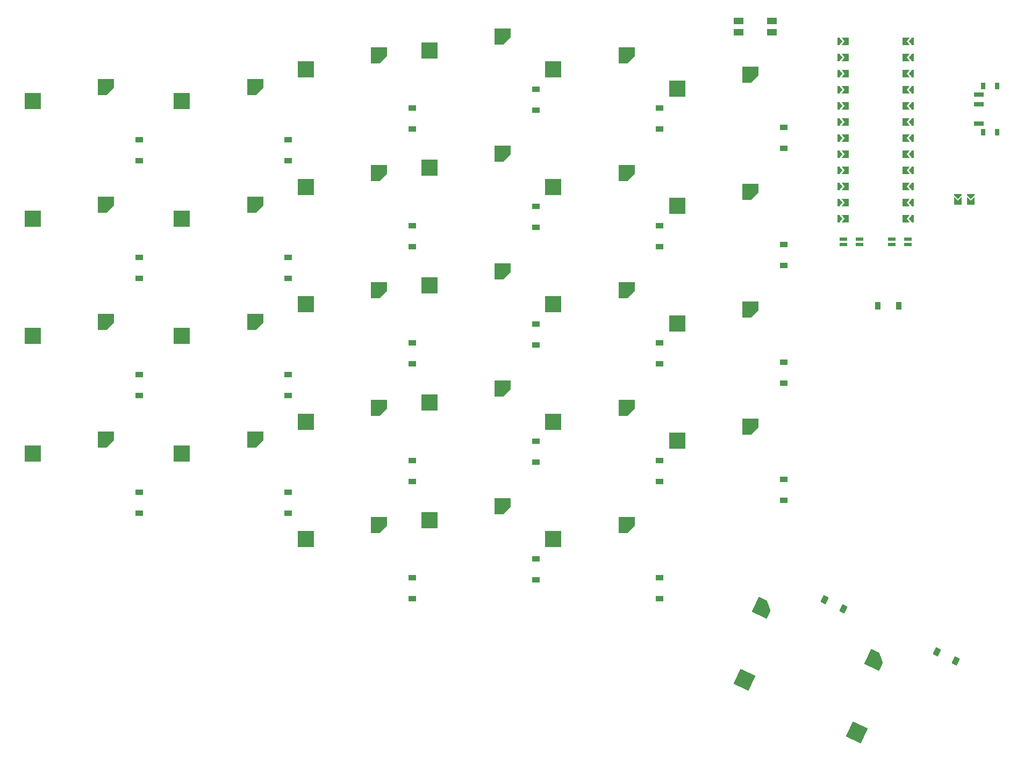
<source format=gbr>
%TF.GenerationSoftware,KiCad,Pcbnew,8.0.4*%
%TF.CreationDate,2024-07-28T16:02:37-05:00*%
%TF.ProjectId,reversible,72657665-7273-4696-926c-652e6b696361,0.5.0*%
%TF.SameCoordinates,Original*%
%TF.FileFunction,Paste,Top*%
%TF.FilePolarity,Positive*%
%FSLAX46Y46*%
G04 Gerber Fmt 4.6, Leading zero omitted, Abs format (unit mm)*
G04 Created by KiCad (PCBNEW 8.0.4) date 2024-07-28 16:02:37*
%MOMM*%
%LPD*%
G01*
G04 APERTURE LIST*
G04 Aperture macros list*
%AMRotRect*
0 Rectangle, with rotation*
0 The origin of the aperture is its center*
0 $1 length*
0 $2 width*
0 $3 Rotation angle, in degrees counterclockwise*
0 Add horizontal line*
21,1,$1,$2,0,0,$3*%
%AMOutline5P*
0 Free polygon, 5 corners , with rotation*
0 The origin of the aperture is its center*
0 number of corners: always 5*
0 $1 to $10 corner X, Y*
0 $11 Rotation angle, in degrees counterclockwise*
0 create outline with 5 corners*
4,1,5,$1,$2,$3,$4,$5,$6,$7,$8,$9,$10,$1,$2,$11*%
%AMOutline6P*
0 Free polygon, 6 corners , with rotation*
0 The origin of the aperture is its center*
0 number of corners: always 6*
0 $1 to $12 corner X, Y*
0 $13 Rotation angle, in degrees counterclockwise*
0 create outline with 6 corners*
4,1,6,$1,$2,$3,$4,$5,$6,$7,$8,$9,$10,$11,$12,$1,$2,$13*%
%AMOutline7P*
0 Free polygon, 7 corners , with rotation*
0 The origin of the aperture is its center*
0 number of corners: always 7*
0 $1 to $14 corner X, Y*
0 $15 Rotation angle, in degrees counterclockwise*
0 create outline with 7 corners*
4,1,7,$1,$2,$3,$4,$5,$6,$7,$8,$9,$10,$11,$12,$13,$14,$1,$2,$15*%
%AMOutline8P*
0 Free polygon, 8 corners , with rotation*
0 The origin of the aperture is its center*
0 number of corners: always 8*
0 $1 to $16 corner X, Y*
0 $17 Rotation angle, in degrees counterclockwise*
0 create outline with 8 corners*
4,1,8,$1,$2,$3,$4,$5,$6,$7,$8,$9,$10,$11,$12,$13,$14,$15,$16,$1,$2,$17*%
%AMFreePoly0*
4,1,6,0.600000,-1.000000,0.000000,-0.400000,-0.600000,-1.000000,-0.600000,0.250000,0.600000,0.250000,0.600000,-1.000000,0.600000,-1.000000,$1*%
%AMFreePoly1*
4,1,6,0.600000,-0.200000,0.600000,-0.400000,-0.600000,-0.400000,-0.600000,-0.200000,0.000000,0.400000,0.600000,-0.200000,0.600000,-0.200000,$1*%
%AMFreePoly2*
4,1,6,0.250000,0.000000,-0.250000,-0.625000,-0.500000,-0.625000,-0.500000,0.625000,-0.250000,0.625000,0.250000,0.000000,0.250000,0.000000,$1*%
%AMFreePoly3*
4,1,6,0.500000,-0.625000,-0.650000,-0.625000,-0.150000,0.000000,-0.650000,0.625000,0.500000,0.625000,0.500000,-0.625000,0.500000,-0.625000,$1*%
G04 Aperture macros list end*
%ADD10FreePoly0,180.000000*%
%ADD11FreePoly1,180.000000*%
%ADD12R,1.550000X1.000000*%
%ADD13R,1.200000X0.600000*%
%ADD14FreePoly2,180.000000*%
%ADD15FreePoly2,0.000000*%
%ADD16FreePoly3,180.000000*%
%ADD17FreePoly3,0.000000*%
%ADD18R,0.800000X1.000000*%
%ADD19R,1.500000X0.700000*%
%ADD20Outline5P,-1.300000X1.300000X1.300000X1.300000X1.300000X-0.117000X0.117000X-1.300000X-1.300000X-1.300000X0.000000*%
%ADD21R,2.600000X2.600000*%
%ADD22R,1.200000X0.900000*%
%ADD23Outline5P,-1.300000X1.300000X1.300000X1.300000X1.300000X-0.117000X0.117000X-1.300000X-1.300000X-1.300000X65.000000*%
%ADD24RotRect,2.600000X2.600000X65.000000*%
%ADD25RotRect,0.900000X1.200000X155.000000*%
%ADD26R,0.900000X1.200000*%
G04 APERTURE END LIST*
D10*
%TO.C,JST1*%
X166999996Y-46718380D03*
X168999996Y-46718381D03*
D11*
X166999993Y-45702381D03*
X168999997Y-45702379D03*
%TD*%
D12*
%TO.C,RST1*%
X137624995Y-18052380D03*
X137624996Y-19752379D03*
X132374994Y-18052381D03*
X132374995Y-19752380D03*
%TD*%
D13*
%TO.C,DISP1*%
X148919998Y-53249999D03*
X151459997Y-53249999D03*
X156539997Y-53250000D03*
X159079998Y-53250000D03*
X148919997Y-52349999D03*
X151459998Y-52349998D03*
X156539996Y-52349999D03*
X159079997Y-52350000D03*
%TD*%
D14*
%TO.C,MCU1*%
X159499993Y-21202381D03*
X159499997Y-23742383D03*
X159499994Y-26282381D03*
X159499995Y-28822382D03*
X159499996Y-31362383D03*
X159499995Y-33902382D03*
X159499996Y-36442382D03*
X159499995Y-38982383D03*
X159499996Y-41522383D03*
X159499997Y-44062381D03*
X159499993Y-46602382D03*
X159499995Y-49142382D03*
D15*
X148499995Y-49142380D03*
X148499997Y-46602383D03*
X148499993Y-44062381D03*
X148499996Y-41522383D03*
X148499995Y-38982382D03*
X148499994Y-36442381D03*
X148499995Y-33902382D03*
X148499994Y-31362382D03*
X148499995Y-28822381D03*
X148499994Y-26282381D03*
X148499993Y-23742383D03*
X148499997Y-21202382D03*
D16*
X158774994Y-21202381D03*
X158774995Y-23742383D03*
X158774995Y-26282382D03*
X158774996Y-28822382D03*
X158774993Y-31362381D03*
X158774995Y-33902382D03*
X158774995Y-36442384D03*
X158774996Y-38982383D03*
X158774996Y-41522382D03*
X158774994Y-44062382D03*
X158774998Y-46602382D03*
X158774996Y-49142382D03*
D17*
X149224994Y-49142382D03*
X149224996Y-46602383D03*
X149224995Y-44062381D03*
X149224995Y-41522382D03*
X149224994Y-38982382D03*
X149224997Y-36442383D03*
X149224995Y-33902382D03*
X149224995Y-31362380D03*
X149224994Y-28822381D03*
X149224994Y-26282382D03*
X149224996Y-23742382D03*
X149224992Y-21202382D03*
%TD*%
D18*
%TO.C,PWR1*%
X170914992Y-28252380D03*
X170914992Y-35552380D03*
X173124992Y-28252381D03*
X173124992Y-35552379D03*
D19*
X170264993Y-34152379D03*
X170264993Y-31152380D03*
X170264992Y-29652380D03*
%TD*%
D20*
%TO.C,S15*%
X95274996Y-75952382D03*
D21*
X83724997Y-78152380D03*
%TD*%
D22*
%TO.C,D23*%
X119999995Y-35052380D03*
X119999995Y-31752384D03*
%TD*%
D20*
%TO.C,S9*%
X75774993Y-97452383D03*
D21*
X64224994Y-99652381D03*
%TD*%
D22*
%TO.C,D5*%
X61499995Y-95552379D03*
X61499995Y-92252383D03*
%TD*%
D23*
%TO.C,S28*%
X136246152Y-110433633D03*
D24*
X133358792Y-121831246D03*
%TD*%
D25*
%TO.C,D29*%
X166640507Y-118841599D03*
X163649689Y-117446963D03*
%TD*%
D20*
%TO.C,S16*%
X95274993Y-57452382D03*
D21*
X83724994Y-59652380D03*
%TD*%
D20*
%TO.C,S22*%
X114774996Y-41952380D03*
D21*
X103224997Y-44152378D03*
%TD*%
D22*
%TO.C,D13*%
X80999996Y-35052376D03*
X80999996Y-31752380D03*
%TD*%
D20*
%TO.C,S21*%
X114774996Y-60452382D03*
D21*
X103224997Y-62652380D03*
%TD*%
D22*
%TO.C,D17*%
X100499996Y-50552377D03*
X100499996Y-47252381D03*
%TD*%
D20*
%TO.C,S10*%
X75774996Y-78952380D03*
D21*
X64224997Y-81152378D03*
%TD*%
D23*
%TO.C,S29*%
X153919153Y-118674691D03*
D24*
X151031793Y-130072304D03*
%TD*%
D22*
%TO.C,D6*%
X61499999Y-77052373D03*
X61499999Y-73752377D03*
%TD*%
%TO.C,D1*%
X37999996Y-95552379D03*
X37999996Y-92252383D03*
%TD*%
D26*
%TO.C,D30*%
X157649996Y-62902380D03*
X154350000Y-62902380D03*
%TD*%
D20*
%TO.C,S24*%
X134274994Y-81952380D03*
D21*
X122724995Y-84152378D03*
%TD*%
D20*
%TO.C,S8*%
X56274995Y-28452377D03*
D21*
X44724996Y-30652375D03*
%TD*%
D22*
%TO.C,D12*%
X80999994Y-53552375D03*
X80999994Y-50252379D03*
%TD*%
D20*
%TO.C,S11*%
X75774999Y-60452381D03*
D21*
X64225000Y-62652379D03*
%TD*%
D22*
%TO.C,D18*%
X100499996Y-32052377D03*
X100499996Y-28752381D03*
%TD*%
D20*
%TO.C,S27*%
X134274996Y-26452377D03*
D21*
X122724997Y-28652375D03*
%TD*%
D22*
%TO.C,D25*%
X139499999Y-75052375D03*
X139499999Y-71752379D03*
%TD*%
%TO.C,D19*%
X119999995Y-109052379D03*
X119999995Y-105752383D03*
%TD*%
D20*
%TO.C,S4*%
X32774997Y-28452383D03*
D21*
X21224998Y-30652381D03*
%TD*%
D22*
%TO.C,D11*%
X80999995Y-72052380D03*
X80999995Y-68752384D03*
%TD*%
D20*
%TO.C,S7*%
X56274993Y-46952382D03*
D21*
X44724994Y-49152380D03*
%TD*%
D22*
%TO.C,D24*%
X139500000Y-93552378D03*
X139500000Y-90252382D03*
%TD*%
D20*
%TO.C,S14*%
X95274997Y-94452381D03*
D21*
X83724998Y-96652379D03*
%TD*%
D22*
%TO.C,D20*%
X119999996Y-90552376D03*
X119999996Y-87252380D03*
%TD*%
%TO.C,D27*%
X139500001Y-38052378D03*
X139500001Y-34752382D03*
%TD*%
%TO.C,D9*%
X80999996Y-109052377D03*
X80999996Y-105752381D03*
%TD*%
%TO.C,D10*%
X80999995Y-90552377D03*
X80999995Y-87252381D03*
%TD*%
D20*
%TO.C,S1*%
X32774992Y-83952379D03*
D21*
X21224993Y-86152377D03*
%TD*%
D20*
%TO.C,S12*%
X75774999Y-41952382D03*
D21*
X64225000Y-44152380D03*
%TD*%
D22*
%TO.C,D3*%
X37999998Y-58552374D03*
X37999998Y-55252378D03*
%TD*%
D20*
%TO.C,S5*%
X56274996Y-83952381D03*
D21*
X44724997Y-86152379D03*
%TD*%
D20*
%TO.C,S2*%
X32774996Y-65452380D03*
D21*
X21224997Y-67652378D03*
%TD*%
D25*
%TO.C,D28*%
X148967510Y-110600539D03*
X145976692Y-109205903D03*
%TD*%
D22*
%TO.C,D16*%
X100499993Y-69052377D03*
X100499993Y-65752381D03*
%TD*%
D20*
%TO.C,S26*%
X134274994Y-44952385D03*
D21*
X122724995Y-47152383D03*
%TD*%
D22*
%TO.C,D2*%
X37999993Y-77052378D03*
X37999993Y-73752382D03*
%TD*%
D20*
%TO.C,S25*%
X134274993Y-63452381D03*
D21*
X122724994Y-65652379D03*
%TD*%
D22*
%TO.C,D7*%
X61499993Y-58552381D03*
X61499993Y-55252385D03*
%TD*%
%TO.C,D22*%
X119999990Y-53552374D03*
X119999990Y-50252378D03*
%TD*%
%TO.C,D21*%
X119999995Y-72052378D03*
X119999995Y-68752382D03*
%TD*%
%TO.C,D4*%
X37999992Y-40052379D03*
X37999992Y-36752383D03*
%TD*%
%TO.C,D14*%
X100499993Y-106052376D03*
X100499993Y-102752380D03*
%TD*%
D20*
%TO.C,S17*%
X95274998Y-38952378D03*
D21*
X83724999Y-41152376D03*
%TD*%
D20*
%TO.C,S13*%
X75774992Y-23452385D03*
D21*
X64224993Y-25652383D03*
%TD*%
D20*
%TO.C,S19*%
X114774996Y-97452383D03*
D21*
X103224997Y-99652381D03*
%TD*%
D20*
%TO.C,S20*%
X114774994Y-78952378D03*
D21*
X103224995Y-81152376D03*
%TD*%
D20*
%TO.C,S3*%
X32774994Y-46952382D03*
D21*
X21224995Y-49152380D03*
%TD*%
D22*
%TO.C,D15*%
X100499994Y-87552376D03*
X100499994Y-84252380D03*
%TD*%
%TO.C,D26*%
X139499998Y-56552378D03*
X139499998Y-53252382D03*
%TD*%
D20*
%TO.C,S18*%
X95274999Y-20452386D03*
D21*
X83725000Y-22652384D03*
%TD*%
D22*
%TO.C,D8*%
X61499995Y-40052379D03*
X61499995Y-36752383D03*
%TD*%
D20*
%TO.C,S23*%
X114774993Y-23452379D03*
D21*
X103224994Y-25652377D03*
%TD*%
D20*
%TO.C,S6*%
X56274991Y-65452380D03*
D21*
X44724992Y-67652378D03*
%TD*%
M02*

</source>
